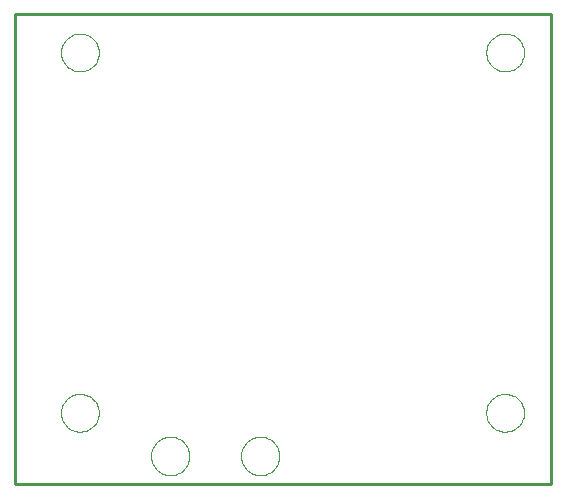
<source format=gbr>
G75*
G70*
%OFA0B0*%
%FSLAX24Y24*%
%IPPOS*%
%LPD*%
%AMOC8*
5,1,8,0,0,1.08239X$1,22.5*
%
%ADD10C,0.0100*%
%ADD11C,0.0000*%
D10*
X001864Y003033D02*
X001864Y018702D01*
X019738Y018702D01*
X019738Y003033D01*
X001864Y003033D01*
D11*
X003399Y005395D02*
X003402Y005452D01*
X003409Y005509D01*
X003422Y005565D01*
X003440Y005619D01*
X003463Y005672D01*
X003491Y005722D01*
X003523Y005770D01*
X003559Y005814D01*
X003599Y005855D01*
X003643Y005893D01*
X003689Y005926D01*
X003739Y005954D01*
X003791Y005978D01*
X003845Y005998D01*
X003901Y006012D01*
X003957Y006021D01*
X004015Y006025D01*
X004072Y006024D01*
X004129Y006017D01*
X004185Y006005D01*
X004240Y005989D01*
X004293Y005967D01*
X004344Y005941D01*
X004392Y005910D01*
X004438Y005875D01*
X004480Y005835D01*
X004518Y005793D01*
X004552Y005746D01*
X004582Y005697D01*
X004607Y005646D01*
X004627Y005592D01*
X004643Y005537D01*
X004653Y005481D01*
X004658Y005424D01*
X004658Y005366D01*
X004653Y005309D01*
X004643Y005253D01*
X004627Y005198D01*
X004607Y005144D01*
X004582Y005093D01*
X004552Y005044D01*
X004518Y004997D01*
X004480Y004955D01*
X004438Y004915D01*
X004392Y004880D01*
X004344Y004849D01*
X004293Y004823D01*
X004240Y004801D01*
X004185Y004785D01*
X004129Y004773D01*
X004072Y004766D01*
X004015Y004765D01*
X003957Y004769D01*
X003901Y004778D01*
X003845Y004792D01*
X003791Y004812D01*
X003739Y004836D01*
X003689Y004864D01*
X003643Y004897D01*
X003599Y004935D01*
X003559Y004976D01*
X003523Y005020D01*
X003491Y005068D01*
X003463Y005118D01*
X003440Y005171D01*
X003422Y005225D01*
X003409Y005281D01*
X003402Y005338D01*
X003399Y005395D01*
X006394Y003957D02*
X006397Y004015D01*
X006405Y004073D01*
X006418Y004130D01*
X006436Y004185D01*
X006459Y004238D01*
X006487Y004290D01*
X006520Y004338D01*
X006556Y004383D01*
X006597Y004425D01*
X006642Y004463D01*
X006689Y004496D01*
X006740Y004525D01*
X006792Y004550D01*
X006847Y004569D01*
X006904Y004584D01*
X006961Y004593D01*
X007019Y004597D01*
X007078Y004596D01*
X007136Y004589D01*
X007193Y004577D01*
X007248Y004560D01*
X007302Y004538D01*
X007354Y004511D01*
X007403Y004480D01*
X007449Y004444D01*
X007492Y004404D01*
X007530Y004361D01*
X007565Y004314D01*
X007595Y004264D01*
X007621Y004212D01*
X007642Y004158D01*
X007657Y004101D01*
X007668Y004044D01*
X007673Y003986D01*
X007673Y003928D01*
X007668Y003870D01*
X007657Y003813D01*
X007642Y003756D01*
X007621Y003702D01*
X007595Y003650D01*
X007565Y003600D01*
X007530Y003553D01*
X007492Y003510D01*
X007449Y003470D01*
X007403Y003434D01*
X007354Y003403D01*
X007302Y003376D01*
X007248Y003354D01*
X007193Y003337D01*
X007136Y003325D01*
X007078Y003318D01*
X007019Y003317D01*
X006961Y003321D01*
X006904Y003330D01*
X006847Y003345D01*
X006792Y003364D01*
X006740Y003389D01*
X006689Y003418D01*
X006642Y003451D01*
X006597Y003489D01*
X006556Y003531D01*
X006520Y003576D01*
X006487Y003624D01*
X006459Y003676D01*
X006436Y003729D01*
X006418Y003784D01*
X006405Y003841D01*
X006397Y003899D01*
X006394Y003957D01*
X009394Y003957D02*
X009397Y004015D01*
X009405Y004073D01*
X009418Y004130D01*
X009436Y004185D01*
X009459Y004238D01*
X009487Y004290D01*
X009520Y004338D01*
X009556Y004383D01*
X009597Y004425D01*
X009642Y004463D01*
X009689Y004496D01*
X009740Y004525D01*
X009792Y004550D01*
X009847Y004569D01*
X009904Y004584D01*
X009961Y004593D01*
X010019Y004597D01*
X010078Y004596D01*
X010136Y004589D01*
X010193Y004577D01*
X010248Y004560D01*
X010302Y004538D01*
X010354Y004511D01*
X010403Y004480D01*
X010449Y004444D01*
X010492Y004404D01*
X010530Y004361D01*
X010565Y004314D01*
X010595Y004264D01*
X010621Y004212D01*
X010642Y004158D01*
X010657Y004101D01*
X010668Y004044D01*
X010673Y003986D01*
X010673Y003928D01*
X010668Y003870D01*
X010657Y003813D01*
X010642Y003756D01*
X010621Y003702D01*
X010595Y003650D01*
X010565Y003600D01*
X010530Y003553D01*
X010492Y003510D01*
X010449Y003470D01*
X010403Y003434D01*
X010354Y003403D01*
X010302Y003376D01*
X010248Y003354D01*
X010193Y003337D01*
X010136Y003325D01*
X010078Y003318D01*
X010019Y003317D01*
X009961Y003321D01*
X009904Y003330D01*
X009847Y003345D01*
X009792Y003364D01*
X009740Y003389D01*
X009689Y003418D01*
X009642Y003451D01*
X009597Y003489D01*
X009556Y003531D01*
X009520Y003576D01*
X009487Y003624D01*
X009459Y003676D01*
X009436Y003729D01*
X009418Y003784D01*
X009405Y003841D01*
X009397Y003899D01*
X009394Y003957D01*
X017573Y005395D02*
X017576Y005452D01*
X017583Y005509D01*
X017596Y005565D01*
X017614Y005619D01*
X017637Y005672D01*
X017665Y005722D01*
X017697Y005770D01*
X017733Y005814D01*
X017773Y005855D01*
X017817Y005893D01*
X017863Y005926D01*
X017913Y005954D01*
X017965Y005978D01*
X018019Y005998D01*
X018075Y006012D01*
X018131Y006021D01*
X018189Y006025D01*
X018246Y006024D01*
X018303Y006017D01*
X018359Y006005D01*
X018414Y005989D01*
X018467Y005967D01*
X018518Y005941D01*
X018566Y005910D01*
X018612Y005875D01*
X018654Y005835D01*
X018692Y005793D01*
X018726Y005746D01*
X018756Y005697D01*
X018781Y005646D01*
X018801Y005592D01*
X018817Y005537D01*
X018827Y005481D01*
X018832Y005424D01*
X018832Y005366D01*
X018827Y005309D01*
X018817Y005253D01*
X018801Y005198D01*
X018781Y005144D01*
X018756Y005093D01*
X018726Y005044D01*
X018692Y004997D01*
X018654Y004955D01*
X018612Y004915D01*
X018566Y004880D01*
X018518Y004849D01*
X018467Y004823D01*
X018414Y004801D01*
X018359Y004785D01*
X018303Y004773D01*
X018246Y004766D01*
X018189Y004765D01*
X018131Y004769D01*
X018075Y004778D01*
X018019Y004792D01*
X017965Y004812D01*
X017913Y004836D01*
X017863Y004864D01*
X017817Y004897D01*
X017773Y004935D01*
X017733Y004976D01*
X017697Y005020D01*
X017665Y005068D01*
X017637Y005118D01*
X017614Y005171D01*
X017596Y005225D01*
X017583Y005281D01*
X017576Y005338D01*
X017573Y005395D01*
X017573Y017403D02*
X017576Y017460D01*
X017583Y017517D01*
X017596Y017573D01*
X017614Y017627D01*
X017637Y017680D01*
X017665Y017730D01*
X017697Y017778D01*
X017733Y017822D01*
X017773Y017863D01*
X017817Y017901D01*
X017863Y017934D01*
X017913Y017962D01*
X017965Y017986D01*
X018019Y018006D01*
X018075Y018020D01*
X018131Y018029D01*
X018189Y018033D01*
X018246Y018032D01*
X018303Y018025D01*
X018359Y018013D01*
X018414Y017997D01*
X018467Y017975D01*
X018518Y017949D01*
X018566Y017918D01*
X018612Y017883D01*
X018654Y017843D01*
X018692Y017801D01*
X018726Y017754D01*
X018756Y017705D01*
X018781Y017654D01*
X018801Y017600D01*
X018817Y017545D01*
X018827Y017489D01*
X018832Y017432D01*
X018832Y017374D01*
X018827Y017317D01*
X018817Y017261D01*
X018801Y017206D01*
X018781Y017152D01*
X018756Y017101D01*
X018726Y017052D01*
X018692Y017005D01*
X018654Y016963D01*
X018612Y016923D01*
X018566Y016888D01*
X018518Y016857D01*
X018467Y016831D01*
X018414Y016809D01*
X018359Y016793D01*
X018303Y016781D01*
X018246Y016774D01*
X018189Y016773D01*
X018131Y016777D01*
X018075Y016786D01*
X018019Y016800D01*
X017965Y016820D01*
X017913Y016844D01*
X017863Y016872D01*
X017817Y016905D01*
X017773Y016943D01*
X017733Y016984D01*
X017697Y017028D01*
X017665Y017076D01*
X017637Y017126D01*
X017614Y017179D01*
X017596Y017233D01*
X017583Y017289D01*
X017576Y017346D01*
X017573Y017403D01*
X003399Y017403D02*
X003402Y017460D01*
X003409Y017517D01*
X003422Y017573D01*
X003440Y017627D01*
X003463Y017680D01*
X003491Y017730D01*
X003523Y017778D01*
X003559Y017822D01*
X003599Y017863D01*
X003643Y017901D01*
X003689Y017934D01*
X003739Y017962D01*
X003791Y017986D01*
X003845Y018006D01*
X003901Y018020D01*
X003957Y018029D01*
X004015Y018033D01*
X004072Y018032D01*
X004129Y018025D01*
X004185Y018013D01*
X004240Y017997D01*
X004293Y017975D01*
X004344Y017949D01*
X004392Y017918D01*
X004438Y017883D01*
X004480Y017843D01*
X004518Y017801D01*
X004552Y017754D01*
X004582Y017705D01*
X004607Y017654D01*
X004627Y017600D01*
X004643Y017545D01*
X004653Y017489D01*
X004658Y017432D01*
X004658Y017374D01*
X004653Y017317D01*
X004643Y017261D01*
X004627Y017206D01*
X004607Y017152D01*
X004582Y017101D01*
X004552Y017052D01*
X004518Y017005D01*
X004480Y016963D01*
X004438Y016923D01*
X004392Y016888D01*
X004344Y016857D01*
X004293Y016831D01*
X004240Y016809D01*
X004185Y016793D01*
X004129Y016781D01*
X004072Y016774D01*
X004015Y016773D01*
X003957Y016777D01*
X003901Y016786D01*
X003845Y016800D01*
X003791Y016820D01*
X003739Y016844D01*
X003689Y016872D01*
X003643Y016905D01*
X003599Y016943D01*
X003559Y016984D01*
X003523Y017028D01*
X003491Y017076D01*
X003463Y017126D01*
X003440Y017179D01*
X003422Y017233D01*
X003409Y017289D01*
X003402Y017346D01*
X003399Y017403D01*
M02*

</source>
